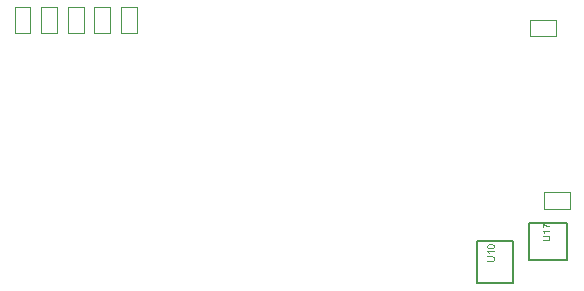
<source format=gbr>
%TF.GenerationSoftware,Altium Limited,Altium Designer,21.0.9 (235)*%
G04 Layer_Color=16711935*
%FSLAX45Y45*%
%MOMM*%
%TF.SameCoordinates,22D8F9FD-25AF-47CB-AFD4-ABA5F5DCC75B*%
%TF.FilePolarity,Positive*%
%TF.FileFunction,Other,Top_Assembly*%
%TF.Part,Single*%
G01*
G75*
%TA.AperFunction,NonConductor*%
%ADD81C,0.20000*%
%ADD148C,0.10000*%
G36*
X7935854Y1102830D02*
X7936039Y1102645D01*
X7936409Y1102275D01*
X7936964Y1101905D01*
X7937611Y1101351D01*
X7938351Y1100611D01*
X7939275Y1099871D01*
X7940385Y1099039D01*
X7941494Y1098207D01*
X7942789Y1097190D01*
X7944268Y1096173D01*
X7945747Y1095156D01*
X7947411Y1094047D01*
X7949168Y1092937D01*
X7951110Y1091828D01*
X7953051Y1090718D01*
X7953144Y1090626D01*
X7953513Y1090441D01*
X7954068Y1090163D01*
X7954900Y1089701D01*
X7955917Y1089239D01*
X7957027Y1088684D01*
X7958321Y1088037D01*
X7959800Y1087390D01*
X7961465Y1086650D01*
X7963129Y1085818D01*
X7964978Y1085078D01*
X7966920Y1084339D01*
X7970895Y1082859D01*
X7975148Y1081473D01*
X7975241D01*
X7975518Y1081380D01*
X7975980Y1081288D01*
X7976535Y1081103D01*
X7977275Y1080918D01*
X7978199Y1080733D01*
X7979216Y1080456D01*
X7980326Y1080271D01*
X7981620Y1079993D01*
X7983007Y1079716D01*
X7985965Y1079254D01*
X7989201Y1078791D01*
X7992715Y1078514D01*
Y1070470D01*
X7992622D01*
X7992345D01*
X7991975D01*
X7991420Y1070563D01*
X7990681D01*
X7989756Y1070655D01*
X7988739Y1070748D01*
X7987630Y1070840D01*
X7986335Y1071025D01*
X7985041Y1071210D01*
X7983469Y1071487D01*
X7981897Y1071765D01*
X7980233Y1072042D01*
X7978384Y1072412D01*
X7974593Y1073336D01*
X7974501D01*
X7974131Y1073429D01*
X7973576Y1073614D01*
X7972744Y1073891D01*
X7971820Y1074169D01*
X7970710Y1074538D01*
X7969416Y1074908D01*
X7968029Y1075463D01*
X7966457Y1076018D01*
X7964886Y1076572D01*
X7961372Y1077959D01*
X7957674Y1079623D01*
X7953976Y1081473D01*
X7953883Y1081565D01*
X7953513Y1081750D01*
X7953051Y1082027D01*
X7952312Y1082397D01*
X7951479Y1082859D01*
X7950462Y1083507D01*
X7949353Y1084154D01*
X7948151Y1084893D01*
X7945470Y1086650D01*
X7942696Y1088499D01*
X7939830Y1090626D01*
X7937149Y1092845D01*
Y1061502D01*
X7929567D01*
Y1102922D01*
X7935762D01*
X7935854Y1102830D01*
D02*
G37*
G36*
X7992715Y1032933D02*
X7942696D01*
X7942789Y1032841D01*
X7943158Y1032378D01*
X7943713Y1031824D01*
X7944360Y1030899D01*
X7945192Y1029882D01*
X7946117Y1028588D01*
X7947134Y1027108D01*
X7948151Y1025444D01*
Y1025352D01*
X7948243Y1025259D01*
X7948613Y1024705D01*
X7949076Y1023780D01*
X7949630Y1022671D01*
X7950277Y1021376D01*
X7950925Y1019989D01*
X7951572Y1018602D01*
X7952127Y1017216D01*
X7944545D01*
Y1017308D01*
X7944360Y1017493D01*
X7944268Y1017863D01*
X7943990Y1018325D01*
X7943713Y1018880D01*
X7943343Y1019527D01*
X7942419Y1021099D01*
X7941402Y1022948D01*
X7940107Y1024797D01*
X7938628Y1026739D01*
X7937056Y1028680D01*
X7936964Y1028773D01*
X7936871Y1028865D01*
X7936594Y1029142D01*
X7936317Y1029512D01*
X7935392Y1030344D01*
X7934283Y1031454D01*
X7932988Y1032563D01*
X7931509Y1033765D01*
X7930030Y1034782D01*
X7928458Y1035707D01*
Y1040792D01*
X7992715D01*
Y1032933D01*
D02*
G37*
G36*
X7968121Y1000204D02*
X7969046D01*
X7970156Y1000111D01*
X7971265Y1000019D01*
X7973761Y999741D01*
X7976350Y999372D01*
X7978846Y998817D01*
X7980048Y998447D01*
X7981158Y998077D01*
X7981250D01*
X7981435Y997985D01*
X7981713Y997800D01*
X7982082Y997615D01*
X7983099Y997060D01*
X7984394Y996228D01*
X7985873Y995119D01*
X7987352Y993824D01*
X7988924Y992160D01*
X7990311Y990126D01*
Y990034D01*
X7990496Y989849D01*
X7990588Y989571D01*
X7990866Y989109D01*
X7991143Y988554D01*
X7991420Y987815D01*
X7991698Y987075D01*
X7992068Y986150D01*
X7992437Y985133D01*
X7992715Y984024D01*
X7992992Y982822D01*
X7993270Y981435D01*
X7993454Y980048D01*
X7993639Y978569D01*
X7993824Y975241D01*
Y974409D01*
X7993732Y973761D01*
Y973022D01*
X7993639Y972097D01*
X7993547Y971080D01*
X7993454Y970063D01*
X7993085Y967752D01*
X7992530Y965255D01*
X7991790Y962852D01*
X7990773Y960540D01*
Y960448D01*
X7990588Y960263D01*
X7990403Y959985D01*
X7990218Y959616D01*
X7989479Y958599D01*
X7988462Y957397D01*
X7987167Y956010D01*
X7985688Y954715D01*
X7983839Y953421D01*
X7981805Y952404D01*
X7981713D01*
X7981528Y952312D01*
X7981158Y952219D01*
X7980695Y952034D01*
X7980141Y951849D01*
X7979401Y951664D01*
X7978569Y951387D01*
X7977552Y951202D01*
X7976443Y951017D01*
X7975241Y950740D01*
X7973946Y950555D01*
X7972559Y950370D01*
X7970988Y950185D01*
X7969323Y950093D01*
X7967567Y950000D01*
X7965718D01*
X7928735D01*
Y958506D01*
X7965718D01*
X7965810D01*
X7966087D01*
X7966550D01*
X7967104D01*
X7967752Y958599D01*
X7968584D01*
X7970340Y958691D01*
X7972374Y958876D01*
X7974408Y959153D01*
X7976350Y959523D01*
X7977182Y959708D01*
X7978014Y959985D01*
X7978199Y960078D01*
X7978661Y960263D01*
X7979309Y960725D01*
X7980233Y961280D01*
X7981158Y961927D01*
X7982175Y962852D01*
X7983192Y963961D01*
X7984024Y965255D01*
X7984116Y965440D01*
X7984394Y965903D01*
X7984671Y966735D01*
X7985041Y967844D01*
X7985503Y969139D01*
X7985781Y970803D01*
X7986058Y972559D01*
X7986150Y974501D01*
Y975426D01*
X7986058Y975980D01*
Y976812D01*
X7985965Y977644D01*
X7985596Y979679D01*
X7985133Y981897D01*
X7984394Y984024D01*
X7983377Y986058D01*
X7982730Y986983D01*
X7981990Y987815D01*
X7981897Y987907D01*
X7981805Y988000D01*
X7981528Y988184D01*
X7981158Y988462D01*
X7980603Y988739D01*
X7980048Y989109D01*
X7979216Y989479D01*
X7978384Y989849D01*
X7977367Y990218D01*
X7976165Y990496D01*
X7974778Y990866D01*
X7973299Y991143D01*
X7971635Y991420D01*
X7969878Y991605D01*
X7967844Y991790D01*
X7965718D01*
X7928735D01*
Y1000296D01*
X7965718D01*
X7965810D01*
X7966180D01*
X7966642D01*
X7967289D01*
X7968121Y1000204D01*
D02*
G37*
G36*
X7495230Y927643D02*
X7496340D01*
X7497542Y927551D01*
X7498836Y927458D01*
X7501794Y927181D01*
X7504846Y926719D01*
X7507804Y926164D01*
X7509191Y925794D01*
X7510578Y925332D01*
X7510670D01*
X7510855Y925239D01*
X7511225Y925055D01*
X7511687Y924870D01*
X7512334Y924685D01*
X7512982Y924315D01*
X7514553Y923575D01*
X7516218Y922651D01*
X7518067Y921449D01*
X7519731Y920062D01*
X7521303Y918398D01*
Y918305D01*
X7521488Y918213D01*
X7521673Y917935D01*
X7521857Y917566D01*
X7522135Y917103D01*
X7522505Y916641D01*
X7523152Y915254D01*
X7523799Y913590D01*
X7524446Y911648D01*
X7524816Y909337D01*
X7525001Y906841D01*
Y905916D01*
X7524908Y905269D01*
X7524816Y904529D01*
X7524631Y903605D01*
X7524446Y902588D01*
X7524169Y901478D01*
X7523799Y900369D01*
X7523429Y899167D01*
X7522874Y897965D01*
X7522227Y896763D01*
X7521488Y895561D01*
X7520563Y894359D01*
X7519546Y893250D01*
X7518437Y892233D01*
X7518344Y892140D01*
X7518067Y891955D01*
X7517604Y891678D01*
X7516865Y891216D01*
X7516033Y890753D01*
X7514923Y890291D01*
X7513629Y889644D01*
X7512150Y889089D01*
X7510485Y888534D01*
X7508544Y887980D01*
X7506417Y887425D01*
X7504013Y886963D01*
X7501425Y886500D01*
X7498651Y886223D01*
X7495600Y886038D01*
X7492364Y885946D01*
X7492272D01*
X7491902D01*
X7491255D01*
X7490515D01*
X7489498Y886038D01*
X7488388D01*
X7487186Y886131D01*
X7485800Y886223D01*
X7482933Y886500D01*
X7479882Y886963D01*
X7476831Y887517D01*
X7475445Y887887D01*
X7474058Y888257D01*
X7473965D01*
X7473780Y888350D01*
X7473411Y888534D01*
X7472948Y888719D01*
X7472301Y888904D01*
X7471654Y889274D01*
X7470082Y890014D01*
X7468418Y890938D01*
X7466661Y892140D01*
X7464905Y893527D01*
X7463425Y895191D01*
Y895284D01*
X7463240Y895376D01*
X7463055Y895654D01*
X7462871Y896023D01*
X7462501Y896486D01*
X7462223Y897040D01*
X7461484Y898427D01*
X7460836Y900091D01*
X7460189Y902033D01*
X7459819Y904344D01*
X7459635Y906841D01*
Y907673D01*
X7459727Y908690D01*
X7459912Y909892D01*
X7460189Y911279D01*
X7460559Y912758D01*
X7461021Y914330D01*
X7461761Y915809D01*
Y915901D01*
X7461854Y915994D01*
X7462131Y916456D01*
X7462593Y917196D01*
X7463240Y918120D01*
X7464165Y919137D01*
X7465182Y920247D01*
X7466384Y921264D01*
X7467771Y922281D01*
X7467956Y922373D01*
X7468418Y922743D01*
X7469250Y923113D01*
X7470452Y923760D01*
X7471839Y924315D01*
X7473411Y925055D01*
X7475260Y925702D01*
X7477294Y926256D01*
X7477386D01*
X7477571Y926349D01*
X7477848Y926441D01*
X7478311Y926534D01*
X7478865Y926626D01*
X7479513Y926719D01*
X7480345Y926904D01*
X7481269Y926996D01*
X7482286Y927181D01*
X7483396Y927273D01*
X7484690Y927366D01*
X7485985Y927551D01*
X7487464Y927643D01*
X7488943D01*
X7490607Y927736D01*
X7492364D01*
X7492456D01*
X7492826D01*
X7493473D01*
X7494213D01*
X7495230Y927643D01*
D02*
G37*
G36*
X7523891Y857931D02*
X7473873D01*
X7473965Y857839D01*
X7474335Y857377D01*
X7474890Y856822D01*
X7475537Y855897D01*
X7476369Y854880D01*
X7477294Y853586D01*
X7478311Y852107D01*
X7479328Y850443D01*
Y850350D01*
X7479420Y850258D01*
X7479790Y849703D01*
X7480252Y848778D01*
X7480807Y847669D01*
X7481454Y846374D01*
X7482101Y844988D01*
X7482749Y843601D01*
X7483303Y842214D01*
X7475722D01*
Y842306D01*
X7475537Y842491D01*
X7475445Y842861D01*
X7475167Y843323D01*
X7474890Y843878D01*
X7474520Y844525D01*
X7473595Y846097D01*
X7472578Y847946D01*
X7471284Y849795D01*
X7469805Y851737D01*
X7468233Y853679D01*
X7468141Y853771D01*
X7468048Y853863D01*
X7467771Y854141D01*
X7467493Y854511D01*
X7466569Y855343D01*
X7465459Y856452D01*
X7464165Y857562D01*
X7462686Y858764D01*
X7461206Y859781D01*
X7459635Y860705D01*
Y865790D01*
X7523891D01*
Y857931D01*
D02*
G37*
G36*
X7499298Y825202D02*
X7500223D01*
X7501332Y825110D01*
X7502442Y825017D01*
X7504938Y824740D01*
X7507527Y824370D01*
X7510023Y823815D01*
X7511225Y823445D01*
X7512334Y823076D01*
X7512427D01*
X7512612Y822983D01*
X7512889Y822798D01*
X7513259Y822613D01*
X7514276Y822059D01*
X7515570Y821226D01*
X7517050Y820117D01*
X7518529Y818823D01*
X7520101Y817158D01*
X7521488Y815124D01*
Y815032D01*
X7521673Y814847D01*
X7521765Y814570D01*
X7522042Y814107D01*
X7522320Y813553D01*
X7522597Y812813D01*
X7522874Y812073D01*
X7523244Y811149D01*
X7523614Y810132D01*
X7523891Y809022D01*
X7524169Y807820D01*
X7524446Y806433D01*
X7524631Y805047D01*
X7524816Y803567D01*
X7525001Y800239D01*
Y799407D01*
X7524908Y798760D01*
Y798020D01*
X7524816Y797095D01*
X7524724Y796078D01*
X7524631Y795061D01*
X7524261Y792750D01*
X7523707Y790254D01*
X7522967Y787850D01*
X7521950Y785538D01*
Y785446D01*
X7521765Y785261D01*
X7521580Y784984D01*
X7521395Y784614D01*
X7520656Y783597D01*
X7519639Y782395D01*
X7518344Y781008D01*
X7516865Y779714D01*
X7515016Y778419D01*
X7512982Y777402D01*
X7512889D01*
X7512704Y777310D01*
X7512334Y777217D01*
X7511872Y777032D01*
X7511317Y776848D01*
X7510578Y776663D01*
X7509746Y776385D01*
X7508729Y776200D01*
X7507619Y776015D01*
X7506417Y775738D01*
X7505123Y775553D01*
X7503736Y775368D01*
X7502164Y775183D01*
X7500500Y775091D01*
X7498743Y774998D01*
X7496894D01*
X7459912D01*
Y783504D01*
X7496894D01*
X7496987D01*
X7497264D01*
X7497726D01*
X7498281D01*
X7498928Y783597D01*
X7499760D01*
X7501517Y783689D01*
X7503551Y783874D01*
X7505585Y784152D01*
X7507527Y784521D01*
X7508359Y784706D01*
X7509191Y784984D01*
X7509376Y785076D01*
X7509838Y785261D01*
X7510485Y785723D01*
X7511410Y786278D01*
X7512334Y786925D01*
X7513351Y787850D01*
X7514369Y788959D01*
X7515201Y790254D01*
X7515293Y790439D01*
X7515570Y790901D01*
X7515848Y791733D01*
X7516218Y792842D01*
X7516680Y794137D01*
X7516957Y795801D01*
X7517235Y797558D01*
X7517327Y799499D01*
Y800424D01*
X7517235Y800979D01*
Y801811D01*
X7517142Y802643D01*
X7516772Y804677D01*
X7516310Y806896D01*
X7515570Y809022D01*
X7514553Y811056D01*
X7513906Y811981D01*
X7513167Y812813D01*
X7513074Y812905D01*
X7512982Y812998D01*
X7512704Y813183D01*
X7512334Y813460D01*
X7511780Y813738D01*
X7511225Y814107D01*
X7510393Y814477D01*
X7509561Y814847D01*
X7508544Y815217D01*
X7507342Y815494D01*
X7505955Y815864D01*
X7504476Y816141D01*
X7502812Y816419D01*
X7501055Y816604D01*
X7499021Y816789D01*
X7496894D01*
X7459912D01*
Y825295D01*
X7496894D01*
X7496987D01*
X7497357D01*
X7497819D01*
X7498466D01*
X7499298Y825202D01*
D02*
G37*
%LPC*%
G36*
X7495230Y919692D02*
X7492364D01*
X7492272D01*
X7492179D01*
X7491717D01*
X7490885D01*
X7489775Y919600D01*
X7488573D01*
X7487094Y919507D01*
X7485522Y919415D01*
X7483766Y919230D01*
X7480252Y918768D01*
X7478496Y918490D01*
X7476831Y918120D01*
X7475260Y917751D01*
X7473780Y917196D01*
X7472486Y916641D01*
X7471376Y915994D01*
X7471284D01*
X7471192Y915809D01*
X7470914Y915624D01*
X7470544Y915347D01*
X7469712Y914515D01*
X7468695Y913498D01*
X7467771Y912111D01*
X7466939Y910539D01*
X7466569Y909707D01*
X7466291Y908782D01*
X7466199Y907765D01*
X7466106Y906748D01*
Y906194D01*
X7466199Y905824D01*
X7466384Y904807D01*
X7466661Y903605D01*
X7467216Y902218D01*
X7468048Y900739D01*
X7468603Y899999D01*
X7469158Y899259D01*
X7469897Y898612D01*
X7470729Y897965D01*
X7470822D01*
X7471007Y897780D01*
X7471376Y897595D01*
X7471839Y897318D01*
X7472578Y897040D01*
X7473411Y896671D01*
X7474428Y896393D01*
X7475629Y896023D01*
X7477016Y895654D01*
X7478588Y895284D01*
X7480345Y894914D01*
X7482286Y894637D01*
X7484505Y894359D01*
X7486909Y894174D01*
X7489498Y894082D01*
X7492364Y893989D01*
X7492549D01*
X7493011D01*
X7493843D01*
X7494953Y894082D01*
X7496155D01*
X7497634Y894174D01*
X7499206Y894267D01*
X7500870Y894452D01*
X7504476Y894914D01*
X7506232Y895191D01*
X7507897Y895561D01*
X7509468Y895931D01*
X7510948Y896486D01*
X7512242Y897040D01*
X7513351Y897688D01*
X7513444D01*
X7513536Y897872D01*
X7514184Y898335D01*
X7515016Y899167D01*
X7515940Y900184D01*
X7516865Y901571D01*
X7517697Y903142D01*
X7518344Y904899D01*
X7518437Y905824D01*
X7518529Y906841D01*
Y907395D01*
X7518437Y907765D01*
X7518252Y908690D01*
X7517882Y909984D01*
X7517235Y911371D01*
X7516310Y912943D01*
X7515755Y913682D01*
X7515016Y914422D01*
X7514276Y915162D01*
X7513351Y915901D01*
X7513259D01*
X7513074Y916086D01*
X7512797Y916271D01*
X7512334Y916456D01*
X7511687Y916826D01*
X7510855Y917103D01*
X7509931Y917473D01*
X7508821Y917843D01*
X7507434Y918120D01*
X7505955Y918490D01*
X7504198Y918860D01*
X7502349Y919137D01*
X7500130Y919322D01*
X7497819Y919507D01*
X7495230Y919692D01*
D02*
G37*
%LPD*%
D81*
X7813000Y795000D02*
Y1105000D01*
X8137000D01*
Y795000D02*
Y1105000D01*
X7813000Y795000D02*
X8137000D01*
X7370000Y599690D02*
X7680000D01*
Y950310D01*
X7370000D02*
X7680000D01*
X7370000Y599690D02*
Y950310D01*
D148*
X7940000Y1372500D02*
X8160000D01*
X7940000Y1227500D02*
X8160000D01*
X7940000D02*
Y1372500D01*
X8160000Y1227500D02*
Y1372500D01*
X7822420Y2822600D02*
X8042420D01*
X7822420Y2687600D02*
X8042420D01*
X7822420D02*
Y2822600D01*
X8042420Y2687600D02*
Y2822600D01*
X4357500Y2715000D02*
X4492500D01*
X4357500Y2935000D02*
X4492500D01*
X4357500Y2715000D02*
Y2935000D01*
X4492500Y2715000D02*
Y2935000D01*
X3907500Y2715000D02*
X4042500D01*
X3907500Y2935000D02*
X4042500D01*
X3907500Y2715000D02*
Y2935000D01*
X4042500Y2715000D02*
Y2935000D01*
X4132500Y2715000D02*
X4267500D01*
X4132500Y2935000D02*
X4267500D01*
X4132500Y2715000D02*
Y2935000D01*
X4267500Y2715000D02*
Y2935000D01*
X3682500Y2715000D02*
X3817500D01*
X3682500Y2935000D02*
X3817500D01*
X3682500Y2715000D02*
Y2935000D01*
X3817500Y2715000D02*
Y2935000D01*
X3457500Y2715000D02*
X3592500D01*
X3457500Y2935000D02*
X3592500D01*
X3457500Y2715000D02*
Y2935000D01*
X3592500Y2715000D02*
Y2935000D01*
%TF.MD5,d55aafdbdf4ae8a5b1618db0738096c9*%
M02*

</source>
